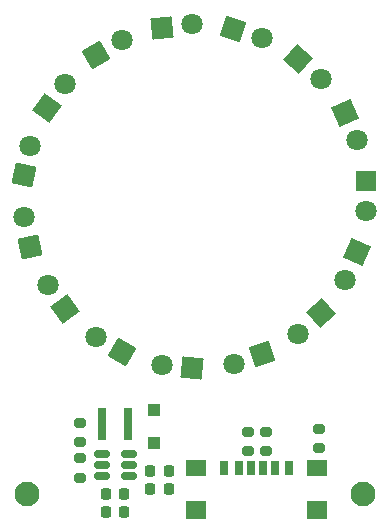
<source format=gbr>
%TF.GenerationSoftware,KiCad,Pcbnew,7.0.5+dfsg-2*%
%TF.CreationDate,2024-03-17T17:57:41+01:00*%
%TF.ProjectId,microscope-lamp-pcb,6d696372-6f73-4636-9f70-652d6c616d70,1*%
%TF.SameCoordinates,Original*%
%TF.FileFunction,Soldermask,Top*%
%TF.FilePolarity,Negative*%
%FSLAX46Y46*%
G04 Gerber Fmt 4.6, Leading zero omitted, Abs format (unit mm)*
G04 Created by KiCad (PCBNEW 7.0.5+dfsg-2) date 2024-03-17 17:57:41*
%MOMM*%
%LPD*%
G01*
G04 APERTURE LIST*
G04 Aperture macros list*
%AMRoundRect*
0 Rectangle with rounded corners*
0 $1 Rounding radius*
0 $2 $3 $4 $5 $6 $7 $8 $9 X,Y pos of 4 corners*
0 Add a 4 corners polygon primitive as box body*
4,1,4,$2,$3,$4,$5,$6,$7,$8,$9,$2,$3,0*
0 Add four circle primitives for the rounded corners*
1,1,$1+$1,$2,$3*
1,1,$1+$1,$4,$5*
1,1,$1+$1,$6,$7*
1,1,$1+$1,$8,$9*
0 Add four rect primitives between the rounded corners*
20,1,$1+$1,$2,$3,$4,$5,0*
20,1,$1+$1,$4,$5,$6,$7,0*
20,1,$1+$1,$6,$7,$8,$9,0*
20,1,$1+$1,$8,$9,$2,$3,0*%
%AMRotRect*
0 Rectangle, with rotation*
0 The origin of the aperture is its center*
0 $1 length*
0 $2 width*
0 $3 Rotation angle, in degrees counterclockwise*
0 Add horizontal line*
21,1,$1,$2,0,0,$3*%
G04 Aperture macros list end*
%ADD10RotRect,1.800000X1.800000X54.000000*%
%ADD11C,1.800000*%
%ADD12RoundRect,0.200000X0.275000X-0.200000X0.275000X0.200000X-0.275000X0.200000X-0.275000X-0.200000X0*%
%ADD13C,2.100000*%
%ADD14RotRect,1.800000X1.800000X6.000000*%
%ADD15RoundRect,0.225000X0.225000X0.250000X-0.225000X0.250000X-0.225000X-0.250000X0.225000X-0.250000X0*%
%ADD16RoundRect,0.250000X0.300000X-0.300000X0.300000X0.300000X-0.300000X0.300000X-0.300000X-0.300000X0*%
%ADD17RotRect,1.800000X1.800000X78.000000*%
%ADD18RoundRect,0.200000X-0.275000X0.200000X-0.275000X-0.200000X0.275000X-0.200000X0.275000X0.200000X0*%
%ADD19RotRect,1.800000X1.800000X294.000000*%
%ADD20RotRect,1.800000X1.800000X126.000000*%
%ADD21R,1.800000X1.800000*%
%ADD22R,0.700000X1.200000*%
%ADD23R,0.760000X1.200000*%
%ADD24R,0.800000X1.200000*%
%ADD25R,1.800000X1.350000*%
%ADD26R,1.800000X1.500000*%
%ADD27RotRect,1.800000X1.800000X30.000000*%
%ADD28RotRect,1.800000X1.800000X342.000000*%
%ADD29RotRect,1.800000X1.800000X246.000000*%
%ADD30RotRect,1.800000X1.800000X222.000000*%
%ADD31RoundRect,0.150000X-0.512500X-0.150000X0.512500X-0.150000X0.512500X0.150000X-0.512500X0.150000X0*%
%ADD32RotRect,1.800000X1.800000X174.000000*%
%ADD33RotRect,1.800000X1.800000X102.000000*%
%ADD34RotRect,1.800000X1.800000X150.000000*%
%ADD35R,0.800000X2.700000*%
%ADD36RotRect,1.800000X1.800000X198.000000*%
%ADD37RoundRect,0.225000X-0.225000X-0.250000X0.225000X-0.250000X0.225000X0.250000X-0.225000X0.250000X0*%
%ADD38RotRect,1.800000X1.800000X318.000000*%
G04 APERTURE END LIST*
D10*
%TO.C,D8*%
X137519827Y-92508611D03*
D11*
X139012802Y-90453708D03*
%TD*%
D12*
%TO.C,R3*%
X156000000Y-121575000D03*
X156000000Y-119925000D03*
%TD*%
D13*
%TO.C,H2*%
X164250000Y-125250000D03*
%TD*%
D14*
%TO.C,D6*%
X147216322Y-85712706D03*
D11*
X149742408Y-85447204D03*
%TD*%
D15*
%TO.C,C4*%
X144025000Y-125250000D03*
X142475000Y-125250000D03*
%TD*%
D16*
%TO.C,D1*%
X146500000Y-120900000D03*
X146500000Y-118100000D03*
%TD*%
D17*
%TO.C,D9*%
X135551772Y-98232419D03*
D11*
X136079868Y-95747924D03*
%TD*%
D13*
%TO.C,H1*%
X135750000Y-125250000D03*
%TD*%
D12*
%TO.C,R1*%
X140250000Y-123825000D03*
X140250000Y-122175000D03*
%TD*%
D18*
%TO.C,R2*%
X140250000Y-119175000D03*
X140250000Y-120825000D03*
%TD*%
D19*
%TO.C,D3*%
X162727820Y-92937548D03*
D11*
X163760931Y-95257953D03*
%TD*%
D20*
%TO.C,D11*%
X139018680Y-109554383D03*
D11*
X137525705Y-107499480D03*
%TD*%
D15*
%TO.C,C3*%
X144025000Y-126750000D03*
X142475000Y-126750000D03*
%TD*%
D21*
%TO.C,D2*%
X164500000Y-98725000D03*
D11*
X164500000Y-101265000D03*
%TD*%
D22*
%TO.C,J1*%
X154750000Y-122967500D03*
D23*
X156770000Y-122967500D03*
D24*
X158000000Y-122967500D03*
D22*
X155750000Y-122967500D03*
D23*
X153730000Y-122967500D03*
D24*
X152500000Y-122967500D03*
D25*
X150125000Y-123022500D03*
D26*
X150125000Y-126602500D03*
D25*
X160375000Y-123022500D03*
D26*
X160375000Y-126602500D03*
%TD*%
D27*
%TO.C,D7*%
X141645818Y-88080132D03*
D11*
X143845523Y-86810132D03*
%TD*%
D28*
%TO.C,D5*%
X153268149Y-85815684D03*
D11*
X155683833Y-86600587D03*
%TD*%
D29*
%TO.C,D16*%
X163764998Y-104732911D03*
D11*
X162731887Y-107053316D03*
%TD*%
D18*
%TO.C,R5*%
X160500000Y-119675000D03*
X160500000Y-121325000D03*
%TD*%
D30*
%TO.C,D15*%
X160649903Y-109922458D03*
D11*
X158762315Y-111622050D03*
%TD*%
D31*
%TO.C,U1*%
X142112500Y-121800000D03*
X142112500Y-122750000D03*
X142112500Y-123700000D03*
X144387500Y-123700000D03*
X144387500Y-122750000D03*
X144387500Y-121800000D03*
%TD*%
D32*
%TO.C,D13*%
X149752353Y-114553841D03*
D11*
X147226267Y-114288339D03*
%TD*%
D33*
%TO.C,D10*%
X136081947Y-104261858D03*
D11*
X135553851Y-101777363D03*
%TD*%
D34*
%TO.C,D12*%
X143854182Y-113194868D03*
D11*
X141654477Y-111924868D03*
%TD*%
D35*
%TO.C,L1*%
X144350000Y-119250000D03*
X142150000Y-119250000D03*
%TD*%
D36*
%TO.C,D14*%
X155693343Y-113396323D03*
D11*
X153277659Y-114181226D03*
%TD*%
D37*
%TO.C,C2*%
X146225000Y-123250000D03*
X147775000Y-123250000D03*
%TD*%
%TO.C,C1*%
X146225000Y-124750000D03*
X147775000Y-124750000D03*
%TD*%
D38*
%TO.C,D4*%
X158754884Y-88371259D03*
D11*
X160642472Y-90070851D03*
%TD*%
D12*
%TO.C,R4*%
X154500000Y-121575000D03*
X154500000Y-119925000D03*
%TD*%
M02*

</source>
